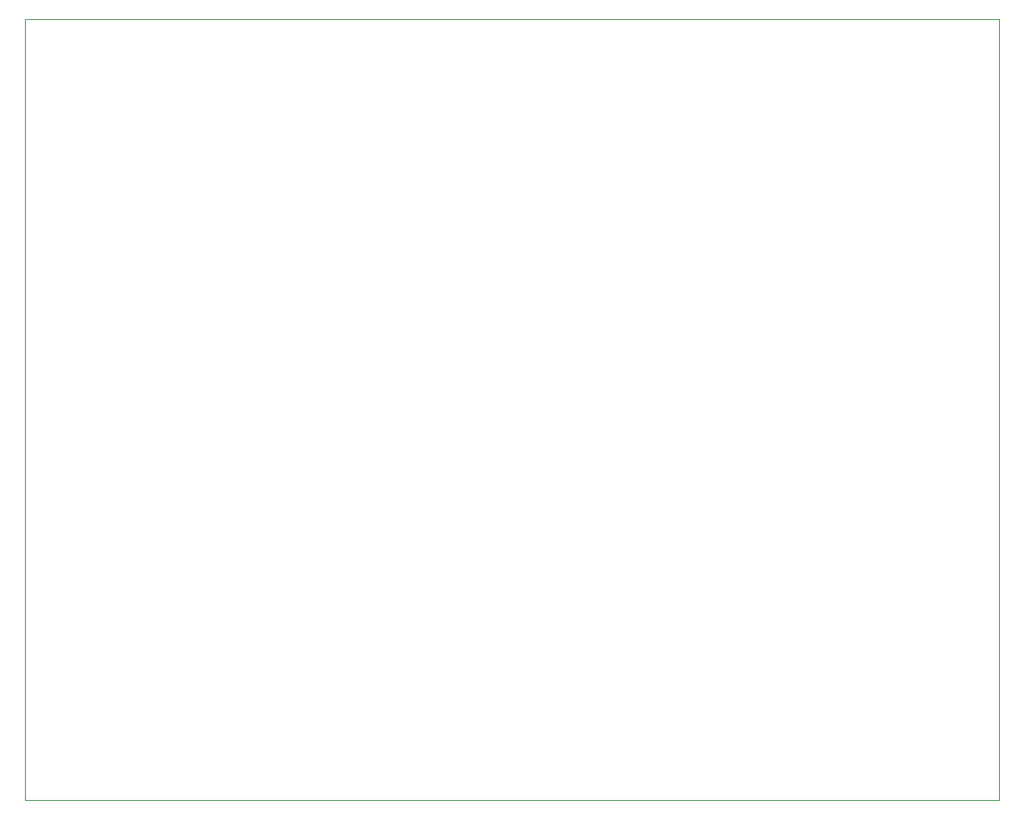
<source format=gbr>
G04 #@! TF.FileFunction,Profile,NP*
%FSLAX46Y46*%
G04 Gerber Fmt 4.6, Leading zero omitted, Abs format (unit mm)*
G04 Created by KiCad (PCBNEW 4.0.2-stable) date 01/06/2016 13:38:34*
%MOMM*%
G01*
G04 APERTURE LIST*
%ADD10C,0.100000*%
G04 APERTURE END LIST*
D10*
X111125000Y-144145000D02*
X210185000Y-144145000D01*
X210185000Y-64770000D02*
X111125000Y-64770000D01*
X210185000Y-64770000D02*
X210185000Y-144145000D01*
X111125000Y-144145000D02*
X111125000Y-64770000D01*
M02*

</source>
